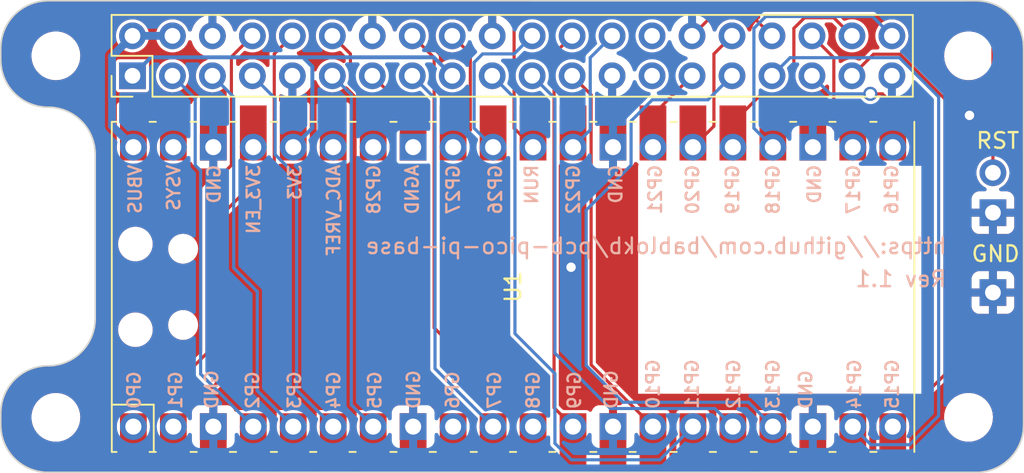
<source format=kicad_pcb>
(kicad_pcb (version 20211014) (generator pcbnew)
  (title_block (date "15 nov 2012"))
  (layers (0 "F.Cu" signal) (31 "B.Cu" signal) (34 "B.Paste" user) (35 "F.Paste" user) (36 "B.SilkS" user "B.Silkscreen") (37 "F.SilkS" user "F.Silkscreen") (38 "B.Mask" user) (39 "F.Mask" user) (44 "Edge.Cuts" user))
  (net 0 "")
  (net 1 "GND")
  (net 2 "/GPIO[2]{slash}SDA1")
  (net 3 "/GPIO[3]{slash}SCL1")
  (net 4 "/GPIO[4]{slash}GPCLK0")
  (net 5 "/GPIO[14]{slash}TXD0")
  (net 6 "/GPIO[15]{slash}RXD0")
  (net 7 "/GPIO[17]")
  (net 8 "/GPIO[18]{slash}PCM.CLK")
  (net 9 "/GPIO[27]")
  (net 10 "/GPIO[22]")
  (net 11 "/GPIO[23]")
  (net 12 "/GPIO26")
  (net 13 "/GPIO[24]")
  (net 14 "/GPIO[10]{slash}SPI0.MOSI")
  (net 15 "/GPIO[9]{slash}SPI0.MISO")
  (net 16 "/GPIO[25]")
  (net 17 "/GPIO[11]{slash}SPI0.SCLK")
  (net 18 "/GPIO[8]{slash}SPI0.CE0")
  (net 19 "/GPIO[7]{slash}SPI0.CE1")
  (net 20 "/ID_SDA")
  (net 21 "/ID_SCL")
  (net 22 "/GPIO[5]")
  (net 23 "/GPIO[6]")
  (net 24 "/GPIO[12]{slash}PWM0")
  (net 25 "/GPIO[13]{slash}PWM1")
  (net 26 "/GPIO[19]{slash}PCM.FS")
  (net 27 "/GPIO[16]")
  (net 28 "/GPIO[20]{slash}PCM.DIN")
  (net 29 "/GPIO[21]{slash}PCM.DOUT")
  (net 30 "+5V")
  (net 31 "+3.3V")
  (net 32 "/RESET")
  (footprint "Connector_PinHeader_2.54mm:PinHeader_2x20_P2.54mm_Vertical" (layer "F.Cu") (at 108.37 74.77 90)
    (fp_text reference "J1" hide)
    (fp_text value "GPIO" hide)
    (fp_line (start -1.33 1.27) (end 1.27 1.27) (layer "F.SilkS") (width 0.12))
    (fp_line (start -1.33 -1.33) (end 0 -1.33) (layer "F.SilkS") (width 0.12))
    (fp_line (start -1.33 49.59) (end 3.87 49.59) (layer "F.SilkS") (width 0.12))
    (fp_line (start 1.27 -1.33) (end 3.87 -1.33) (layer "F.SilkS") (width 0.12))
    (fp_line (start -1.33 0) (end -1.33 -1.33) (layer "F.SilkS") (width 0.12))
    (fp_line (start 3.87 -1.33) (end 3.87 49.59) (layer "F.SilkS") (width 0.12))
    (fp_line (start -1.33 1.27) (end -1.33 49.59) (layer "F.SilkS") (width 0.12))
    (fp_line (start 1.27 1.27) (end 1.27 -1.33) (layer "F.SilkS") (width 0.12))
    (pad "1" thru_hole rect (at 0 0 90) (size 1.7 1.7) (drill 1) (layers *.Cu *.Mask) (net 31 "+3.3V"))
    (pad "2" thru_hole oval (at 2.54 0 90) (size 1.7 1.7) (drill 1) (layers *.Cu *.Mask) (net 30 "+5V"))
    (pad "3" thru_hole oval (at 0 2.54 90) (size 1.7 1.7) (drill 1) (layers *.Cu *.Mask) (net 2 "/GPIO[2]{slash}SDA1"))
    (pad "4" thru_hole oval (at 2.54 2.54 90) (size 1.7 1.7) (drill 1) (layers *.Cu *.Mask) (net 30 "+5V"))
    (pad "5" thru_hole oval (at 0 5.08 90) (size 1.7 1.7) (drill 1) (layers *.Cu *.Mask) (net 3 "/GPIO[3]{slash}SCL1"))
    (pad "6" thru_hole oval (at 2.54 5.08 90) (size 1.7 1.7) (drill 1) (layers *.Cu *.Mask) (net 1 "GND"))
    (pad "7" thru_hole oval (at 0 7.62 90) (size 1.7 1.7) (drill 1) (layers *.Cu *.Mask) (net 4 "/GPIO[4]{slash}GPCLK0"))
    (pad "8" thru_hole oval (at 2.54 7.62 90) (size 1.7 1.7) (drill 1) (layers *.Cu *.Mask) (net 5 "/GPIO[14]{slash}TXD0"))
    (pad "9" thru_hole oval (at 0 10.16 90) (size 1.7 1.7) (drill 1) (layers *.Cu *.Mask) (net 1 "GND"))
    (pad "10" thru_hole oval (at 2.54 10.16 90) (size 1.7 1.7) (drill 1) (layers *.Cu *.Mask) (net 6 "/GPIO[15]{slash}RXD0"))
    (pad "11" thru_hole oval (at 0 12.7 90) (size 1.7 1.7) (drill 1) (layers *.Cu *.Mask) (net 7 "/GPIO[17]"))
    (pad "12" thru_hole oval (at 2.54 12.7 90) (size 1.7 1.7) (drill 1) (layers *.Cu *.Mask) (net 8 "/GPIO[18]{slash}PCM.CLK"))
    (pad "13" thru_hole oval (at 0 15.24 90) (size 1.7 1.7) (drill 1) (layers *.Cu *.Mask) (net 9 "/GPIO[27]"))
    (pad "14" thru_hole oval (at 2.54 15.24 90) (size 1.7 1.7) (drill 1) (layers *.Cu *.Mask) (net 1 "GND"))
    (pad "15" thru_hole oval (at 0 17.78 90) (size 1.7 1.7) (drill 1) (layers *.Cu *.Mask) (net 10 "/GPIO[22]"))
    (pad "16" thru_hole oval (at 2.54 17.78 90) (size 1.7 1.7) (drill 1) (layers *.Cu *.Mask) (net 11 "/GPIO[23]"))
    (pad "17" thru_hole oval (at 0 20.32 90) (size 1.7 1.7) (drill 1) (layers *.Cu *.Mask) (net 31 "+3.3V"))
    (pad "18" thru_hole oval (at 2.54 20.32 90) (size 1.7 1.7) (drill 1) (layers *.Cu *.Mask) (net 13 "/GPIO[24]"))
    (pad "19" thru_hole oval (at 0 22.86 90) (size 1.7 1.7) (drill 1) (layers *.Cu *.Mask) (net 14 "/GPIO[10]{slash}SPI0.MOSI"))
    (pad "20" thru_hole oval (at 2.54 22.86 90) (size 1.7 1.7) (drill 1) (layers *.Cu *.Mask) (net 1 "GND"))
    (pad "21" thru_hole oval (at 0 25.4 90) (size 1.7 1.7) (drill 1) (layers *.Cu *.Mask) (net 15 "/GPIO[9]{slash}SPI0.MISO"))
    (pad "22" thru_hole oval (at 2.54 25.4 90) (size 1.7 1.7) (drill 1) (layers *.Cu *.Mask) (net 16 "/GPIO[25]"))
    (pad "23" thru_hole oval (at 0 27.94 90) (size 1.7 1.7) (drill 1) (layers *.Cu *.Mask) (net 17 "/GPIO[11]{slash}SPI0.SCLK"))
    (pad "24" thru_hole oval (at 2.54 27.94 90) (size 1.7 1.7) (drill 1) (layers *.Cu *.Mask) (net 18 "/GPIO[8]{slash}SPI0.CE0"))
    (pad "25" thru_hole oval (at 0 30.48 90) (size 1.7 1.7) (drill 1) (layers *.Cu *.Mask) (net 1 "GND"))
    (pad "26" thru_hole oval (at 2.54 30.48 90) (size 1.7 1.7) (drill 1) (layers *.Cu *.Mask) (net 19 "/GPIO[7]{slash}SPI0.CE1"))
    (pad "27" thru_hole oval (at 0 33.02 90) (size 1.7 1.7) (drill 1) (layers *.Cu *.Mask) (net 20 "/ID_SDA"))
    (pad "28" thru_hole oval (at 2.54 33.02 90) (size 1.7 1.7) (drill 1) (layers *.Cu *.Mask) (net 21 "/ID_SCL"))
    (pad "29" thru_hole oval (at 0 35.56 90) (size 1.7 1.7) (drill 1) (layers *.Cu *.Mask) (net 22 "/GPIO[5]"))
    (pad "30" thru_hole oval (at 2.54 35.56 90) (size 1.7 1.7) (drill 1) (layers *.Cu *.Mask) (net 1 "GND"))
    (pad "31" thru_hole oval (at 0 38.1 90) (size 1.7 1.7) (drill 1) (layers *.Cu *.Mask) (net 23 "/GPIO[6]"))
    (pad "32" thru_hole oval (at 2.54 38.1 90) (size 1.7 1.7) (drill 1) (layers *.Cu *.Mask) (net 24 "/GPIO[12]{slash}PWM0"))
    (pad "33" thru_hole oval (at 0 40.64 90) (size 1.7 1.7) (drill 1) (layers *.Cu *.Mask) (net 25 "/GPIO[13]{slash}PWM1"))
    (pad "34" thru_hole oval (at 2.54 40.64 90) (size 1.7 1.7) (drill 1) (layers *.Cu *.Mask) (net 1 "GND"))
    (pad "35" thru_hole oval (at 0 43.18 90) (size 1.7 1.7) (drill 1) (layers *.Cu *.Mask) (net 26 "/GPIO[19]{slash}PCM.FS"))
    (pad "36" thru_hole oval (at 2.54 43.18 90) (size 1.7 1.7) (drill 1) (layers *.Cu *.Mask) (net 27 "/GPIO[16]"))
    (pad "37" thru_hole oval (at 0 45.72 90) (size 1.7 1.7) (drill 1) (layers *.Cu *.Mask) (net 12 "/GPIO26"))
    (pad "38" thru_hole oval (at 2.54 45.72 90) (size 1.7 1.7) (drill 1) (layers *.Cu *.Mask) (net 28 "/GPIO[20]{slash}PCM.DIN"))
    (pad "39" thru_hole oval (at 0 48.26 90) (size 1.7 1.7) (drill 1) (layers *.Cu *.Mask) (net 1 "GND"))
    (pad "40" thru_hole oval (at 2.54 48.26 90) (size 1.7 1.7) (drill 1) (layers *.Cu *.Mask) (net 29 "/GPIO[21]{slash}PCM.DOUT"))
  )
  (footprint "user:RPi_Pico_SMD_TH_nodbg" (layer "F.Cu") (at 132.555 88.2 90)
    (fp_text reference "U1" (at 0 0 90) (layer "F.SilkS"))
    (fp_text value "Pico" hide)
    (fp_text user "GP6" (at -6.570953 -3.845 90) (layer "B.SilkS") (effects (font (size 0.8 0.8)) (justify mirror)))
    (fp_text user "VBUS" (at 6.21 -24.015 90) (layer "B.SilkS") (effects (font (size 0.8 0.8)) (justify mirror)))
    (fp_text user "GND" (at -6.532858 6.235 90) (layer "B.SilkS") (effects (font (size 0.8 0.8)) (justify mirror)))
    (fp_text user "GP14" (at -6.19 21.695 90) (layer "B.SilkS") (effects (font (size 0.8 0.8)) (justify mirror)))
    (fp_text user "GND" (at -6.532858 18.595 90) (layer "B.SilkS") (effects (font (size 0.8 0.8)) (justify mirror)))
    (fp_text user "GP9" (at -6.570953 3.895 90) (layer "B.SilkS") (effects (font (size 0.8 0.8)) (justify mirror)))
    (fp_text user "GP4" (at -6.570953 -11.395 90) (layer "B.SilkS") (effects (font (size 0.8 0.8)) (justify mirror)))
    (fp_text user "GP5" (at -6.570953 -8.785 90) (layer "B.SilkS") (effects (font (size 0.8 0.8)) (justify mirror)))
    (fp_text user "AGND" (at 6.190952 -6.415 90) (layer "B.SilkS") (effects (font (size 0.8 0.8)) (justify mirror)))
    (fp_text user "GND" (at -6.532858 -19.155 90) (layer "B.SilkS") (effects (font (size 0.8 0.8)) (justify mirror)))
    (fp_text user "GP26" (at 6.190952 -1.125 90) (layer "B.SilkS") (effects (font (size 0.8 0.8)) (justify mirror)))
    (fp_text user "GP19" (at 6.190952 13.945 90) (layer "B.SilkS") (effects (font (size 0.8 0.8)) (justify mirror)))
    (fp_text user "GND" (at -6.532858 -6.325 90) (layer "B.SilkS") (effects (font (size 0.8 0.8)) (justify mirror)))
    (fp_text user "VSYS" (at 6.305238 -21.565 90) (layer "B.SilkS") (effects (font (size 0.8 0.8)) (justify mirror)))
    (fp_text user "GP13" (at -6.19 16.515 90) (layer "B.SilkS") (effects (font (size 0.8 0.8)) (justify mirror)))
    (fp_text user "GP20" (at 6.190952 11.405 90) (layer "B.SilkS") (effects (font (size 0.8 0.8)) (justify mirror)))
    (fp_text user "GP1" (at -6.570953 -21.445 90) (layer "B.SilkS") (effects (font (size 0.8 0.8)) (justify mirror)))
    (fp_text user "GP15" (at -6.19 24.095 90) (layer "B.SilkS") (effects (font (size 0.8 0.8)) (justify mirror)))
    (fp_text user "GP12" (at -6.19 14.015 90) (layer "B.SilkS") (effects (font (size 0.8 0.8)) (justify mirror)))
    (fp_text user "GP3" (at -6.570953 -13.895 90) (layer "B.SilkS") (effects (font (size 0.8 0.8)) (justify mirror)))
    (fp_text user "3V3" (at 6.648095 -13.865 90) (layer "B.SilkS") (effects (font (size 0.8 0.8)) (justify mirror)))
    (fp_text user "GP18" (at 6.190952 16.515 90) (layer "B.SilkS") (effects (font (size 0.8 0.8)) (justify mirror)))
    (fp_text user "GP10" (at -6.19 8.895 90) (layer "B.SilkS") (effects (font (size 0.8 0.8)) (justify mirror)))
    (fp_text user "GP8" (at -6.570953 1.275 90) (layer "B.SilkS") (effects (font (size 0.8 0.8)) (justify mirror)))
    (fp_text user "GP11" (at -6.19 11.375 90) (layer "B.SilkS") (effects (font (size 0.8 0.8)) (justify mirror)))
    (fp_text user "GP17" (at 6.190952 21.625 90) (layer "B.SilkS") (effects (font (size 0.8 0.8)) (justify mirror)))
    (fp_text user "GP7" (at -6.570953 -1.185 90) (layer "B.SilkS") (effects (font (size 0.8 0.8)) (justify mirror)))
    (fp_text user "GP2" (at -6.570953 -16.555 90) (layer "B.SilkS") (effects (font (size 0.8 0.8)) (justify mirror)))
    (fp_text user "GP22" (at 6.190952 3.825 90) (layer "B.SilkS") (effects (font (size 0.8 0.8)) (justify mirror)))
    (fp_text user "RUN" (at 6.514762 1.175 90) (layer "B.SilkS") (effects (font (size 0.8 0.8)) (justify mirror)))
    (fp_text user "GND" (at 6.533809 19.145 90) (layer "B.SilkS") (effects (font (size 0.8 0.8)) (justify mirror)))
    (fp_text user "GP28" (at 6.190952 -8.855 90) (layer "B.SilkS") (effects (font (size 0.8 0.8)) (justify mirror)))
    (fp_text user "GP0" (at -6.570953 -24.085 90) (layer "B.SilkS") (effects (font (size 0.8 0.8)) (justify mirror)))
    (fp_text user "GND" (at 6.533809 -19.005 90) (layer "B.SilkS") (effects (font (size 0.8 0.8)) (justify mirror)))
    (fp_text user "GP27" (at 6.190952 -3.805 90) (layer "B.SilkS") (effects (font (size 0.8 0.8)) (justify mirror)))
    (fp_text user "GP16" (at 6.190952 24.055 90) (layer "B.SilkS") (effects (font (size 0.8 0.8)) (justify mirror)))
    (fp_text user "GP21" (at 6.190952 9.035 90) (layer "B.SilkS") (effects (font (size 0.8 0.8)) (justify mirror)))
    (fp_text user "3V3_EN" (at 5.562381 -16.495 90) (layer "B.SilkS") (effects (font (size 0.8 0.8)) (justify mirror)))
    (fp_text user "GND" (at 6.533809 6.525 90) (layer "B.SilkS") (effects (font (size 0.8 0.8)) (justify mirror)))
    (fp_text user "ADC_VREF" (at 4.857619 -11.405 90) (layer "B.SilkS") (effects (font (size 0.8 0.8)) (justify mirror)))
    (fp_line (start 10.5 -10.4) (end 10.5 -10) (layer "F.SilkS") (width 0.12))
    (fp_line (start -10.5 4.9) (end -10.5 5.3) (layer "F.SilkS") (width 0.12))
    (fp_line (start 10.5 -5.3) (end 10.5 -4.9) (layer "F.SilkS") (width 0.12))
    (fp_line (start -10.5 -5.3) (end -10.5 -4.9) (layer "F.SilkS") (width 0.12))
    (fp_line (start -10.5 -12.9) (end -10.5 -12.5) (layer "F.SilkS") (width 0.12))
    (fp_line (start -10.5 -20.5) (end -10.5 -20.1) (layer "F.SilkS") (width 0.12))
    (fp_line (start -10.5 7.4) (end -10.5 7.8) (layer "F.SilkS") (width 0.12))
    (fp_line (start 10.5 -20.5) (end 10.5 -20.1) (layer "F.SilkS") (width 0.12))
    (fp_line (start 10.5 -18) (end 10.5 -17.6) (layer "F.SilkS") (width 0.12))
    (fp_line (start -10.5 -2.7) (end -10.5 -2.3) (layer "F.SilkS") (width 0.12))
    (fp_line (start -10.5 22.7) (end -10.5 23.1) (layer "F.SilkS") (width 0.12))
    (fp_line (start 10.5 25.5) (end 3.7 25.5) (layer "F.SilkS") (width 0.12))
    (fp_line (start 10.5 22.7) (end 10.5 23.1) (layer "F.SilkS") (width 0.12))
    (fp_line (start 10.5 2.3) (end 10.5 2.7) (layer "F.SilkS") (width 0.12))
    (fp_line (start 10.5 15.1) (end 10.5 15.5) (layer "F.SilkS") (width 0.12))
    (fp_line (start 10.5 -0.2) (end 10.5 0.2) (layer "F.SilkS") (width 0.12))
    (fp_line (start -10.5 12.5) (end -10.5 12.9) (layer "F.SilkS") (width 0.12))
    (fp_line (start 10.5 17.6) (end 10.5 18) (layer "F.SilkS") (width 0.12))
    (fp_line (start 10.5 -7.8) (end 10.5 -7.4) (layer "F.SilkS") (width 0.12))
    (fp_line (start 3.7 25.5) (end -10.5 25.5) (layer "F.SilkS") (width 0.12))
    (fp_line (start 10.5 -23.1) (end 10.5 -22.7) (layer "F.SilkS") (width 0.12))
    (fp_line (start -10.5 -10.4) (end -10.5 -10) (layer "F.SilkS") (width 0.12))
    (fp_line (start 10.5 -25.5) (end 10.5 -25.2) (layer "F.SilkS") (width 0.12))
    (fp_line (start 10.5 -2.7) (end 10.5 -2.3) (layer "F.SilkS") (width 0.12))
    (fp_line (start -10.5 -15.4) (end -10.5 -15) (layer "F.SilkS") (width 0.12))
    (fp_line (start 10.5 4.9) (end 10.5 5.3) (layer "F.SilkS") (width 0.12))
    (fp_line (start 10.5 -15.4) (end 10.5 -15) (layer "F.SilkS") (width 0.12))
    (fp_line (start 10.5 20.1) (end 10.5 20.5) (layer "F.SilkS") (width 0.12))
    (fp_line (start 10.5 12.5) (end 10.5 12.9) (layer "F.SilkS") (width 0.12))
    (fp_line (start -10.5 -0.2) (end -10.5 0.2) (layer "F.SilkS") (width 0.12))
    (fp_line (start 10.5 7.4) (end 10.5 7.8) (layer "F.SilkS") (width 0.12))
    (fp_line (start -10.5 15.1) (end -10.5 15.5) (layer "F.SilkS") (width 0.12))
    (fp_line (start -10.5 -23.1) (end -10.5 -22.7) (layer "F.SilkS") (width 0.12))
    (fp_line (start -10.5 10) (end -10.5 10.4) (layer "F.SilkS") (width 0.12))
    (fp_line (start -10.5 -25.5) (end -10.5 -25.2) (layer "F.SilkS") (width 0.12))
    (fp_line (start 10.5 -12.9) (end 10.5 -12.5) (layer "F.SilkS") (width 0.12))
    (fp_line (start -7.493 -22.833) (end -7.493 -25.5) (layer "F.SilkS") (width 0.12))
    (fp_line (start -10.5 2.3) (end -10.5 2.7) (layer "F.SilkS") (width 0.12))
    (fp_line (start -10.5 17.6) (end -10.5 18) (layer "F.SilkS") (width 0.12))
    (fp_line (start 10.5 10) (end 10.5 10.4) (layer "F.SilkS") (width 0.12))
    (fp_line (start -10.5 -25.5) (end 10.5 -25.5) (layer "F.SilkS") (width 0.12))
    (fp_line (start -10.5 20.1) (end -10.5 20.5) (layer "F.SilkS") (width 0.12))
    (fp_line (start -10.5 -7.8) (end -10.5 -7.4) (layer "F.SilkS") (width 0.12))
    (fp_line (start -10.5 -22.833) (end -7.493 -22.833) (layer "F.SilkS") (width 0.12))
    (fp_line (start -10.5 -18) (end -10.5 -17.6) (layer "F.SilkS") (width 0.12))
    (pad "" np_thru_hole oval (at -2.425 -20.97 90) (size 1.5 1.5) (drill 1.5) (layers *.Cu *.Mask))
    (pad "" np_thru_hole oval (at 2.425 -20.97 90) (size 1.5 1.5) (drill 1.5) (layers *.Cu *.Mask))
    (pad "" np_thru_hole oval (at -2.725 -24 90) (size 1.8 1.8) (drill 1.8) (layers *.Cu *.Mask))
    (pad "" np_thru_hole oval (at 2.725 -24 90) (size 1.8 1.8) (drill 1.8) (layers *.Cu *.Mask))
    (pad "1" smd rect (at -8.89 -24.13 90) (size 3.5 1.7) (drill (offset -0.9 0)) (layers "F.Cu" "F.Mask") (net 5 "/GPIO[14]{slash}TXD0"))
    (pad "1" thru_hole oval (at -8.89 -24.13 90) (size 1.7 1.7) (drill 1.02) (layers *.Cu *.Mask) (net 5 "/GPIO[14]{slash}TXD0"))
    (pad "2" thru_hole oval (at -8.89 -21.59 90) (size 1.7 1.7) (drill 1.02) (layers *.Cu *.Mask) (net 6 "/GPIO[15]{slash}RXD0"))
    (pad "2" smd rect (at -8.89 -21.59 90) (size 3.5 1.7) (drill (offset -0.9 0)) (layers "F.Cu" "F.Mask") (net 6 "/GPIO[15]{slash}RXD0"))
    (pad "3" smd rect (at -8.89 -19.05 90) (size 3.5 1.7) (drill (offset -0.9 0)) (layers "F.Cu" "F.Mask") (net 1 "GND"))
    (pad "3" thru_hole rect (at -8.89 -19.05 90) (size 1.7 1.7) (drill 1.02) (layers *.Cu *.Mask) (net 1 "GND"))
    (pad "4" thru_hole oval (at -8.89 -16.51 90) (size 1.7 1.7) (drill 1.02) (layers *.Cu *.Mask) (net 2 "/GPIO[2]{slash}SDA1"))
    (pad "4" smd rect (at -8.89 -16.51 90) (size 3.5 1.7) (drill (offset -0.9 0)) (layers "F.Cu" "F.Mask") (net 2 "/GPIO[2]{slash}SDA1"))
    (pad "5" smd rect (at -8.89 -13.97 90) (size 3.5 1.7) (drill (offset -0.9 0)) (layers "F.Cu" "F.Mask") (net 3 "/GPIO[3]{slash}SCL1"))
    (pad "5" thru_hole oval (at -8.89 -13.97 90) (size 1.7 1.7) (drill 1.02) (layers *.Cu *.Mask) (net 3 "/GPIO[3]{slash}SCL1"))
    (pad "6" thru_hole oval (at -8.89 -11.43 90) (size 1.7 1.7) (drill 1.02) (layers *.Cu *.Mask) (net 4 "/GPIO[4]{slash}GPCLK0"))
    (pad "6" smd rect (at -8.89 -11.43 90) (size 3.5 1.7) (drill (offset -0.9 0)) (layers "F.Cu" "F.Mask") (net 4 "/GPIO[4]{slash}GPCLK0"))
    (pad "7" thru_hole oval (at -8.89 -8.89 90) (size 1.7 1.7) (drill 1.02) (layers *.Cu *.Mask) (net 7 "/GPIO[17]"))
    (pad "7" smd rect (at -8.89 -8.89 90) (size 3.5 1.7) (drill (offset -0.9 0)) (layers "F.Cu" "F.Mask") (net 7 "/GPIO[17]"))
    (pad "8" smd rect (at -8.89 -6.35 90) (size 3.5 1.7) (drill (offset -0.9 0)) (layers "F.Cu" "F.Mask") (net 1 "GND"))
    (pad "8" thru_hole rect (at -8.89 -6.35 90) (size 1.7 1.7) (drill 1.02) (layers *.Cu *.Mask) (net 1 "GND"))
    (pad "9" thru_hole oval (at -8.89 -3.81 90) (size 1.7 1.7) (drill 1.02) (layers *.Cu *.Mask) (net 9 "/GPIO[27]"))
    (pad "9" smd rect (at -8.89 -3.81 90) (size 3.5 1.7) (drill (offset -0.9 0)) (layers "F.Cu" "F.Mask") (net 9 "/GPIO[27]"))
    (pad "10" thru_hole oval (at -8.89 -1.27 90) (size 1.7 1.7) (drill 1.02) (layers *.Cu *.Mask) (net 10 "/GPIO[22]"))
    (pad "10" smd rect (at -8.89 -1.27 90) (size 3.5 1.7) (drill (offset -0.9 0)) (layers "F.Cu" "F.Mask") (net 10 "/GPIO[22]"))
    (pad "11" thru_hole oval (at -8.89 1.27 90) (size 1.7 1.7) (drill 1.02) (layers *.Cu *.Mask) (net 11 "/GPIO[23]"))
    (pad "11" smd rect (at -8.89 1.27 90) (size 3.5 1.7) (drill (offset -0.9 0)) (layers "F.Cu" "F.Mask") (net 11 "/GPIO[23]"))
    (pad "12" thru_hole oval (at -8.89 3.81 90) (size 1.7 1.7) (drill 1.02) (layers *.Cu *.Mask) (net 18 "/GPIO[8]{slash}SPI0.CE0"))
    (pad "12" smd rect (at -8.89 3.81 90) (size 3.5 1.7) (drill (offset -0.9 0)) (layers "F.Cu" "F.Mask") (net 18 "/GPIO[8]{slash}SPI0.CE0"))
    (pad "13" thru_hole rect (at -8.89 6.35 90) (size 1.7 1.7) (drill 1.02) (layers *.Cu *.Mask) (net 1 "GND"))
    (pad "13" smd rect (at -8.89 6.35 90) (size 3.5 1.7) (drill (offset -0.9 0)) (layers "F.Cu" "F.Mask") (net 1 "GND"))
    (pad "14" thru_hole oval (at -8.89 8.89 90) (size 1.7 1.7) (drill 1.02) (layers *.Cu *.Mask) (net 17 "/GPIO[11]{slash}SPI0.SCLK"))
    (pad "14" smd rect (at -8.89 8.89 90) (size 3.5 1.7) (drill (offset -0.9 0)) (layers "F.Cu" "F.Mask") (net 17 "/GPIO[11]{slash}SPI0.SCLK"))
    (pad "15" smd rect (at -8.89 11.43 90) (size 3.5 1.7) (drill (offset -0.9 0)) (layers "F.Cu" "F.Mask") (net 14 "/GPIO[10]{slash}SPI0.MOSI"))
    (pad "15" thru_hole oval (at -8.89 11.43 90) (size 1.7 1.7) (drill 1.02) (layers *.Cu *.Mask) (net 14 "/GPIO[10]{slash}SPI0.MOSI"))
    (pad "16" thru_hole oval (at -8.89 13.97 90) (size 1.7 1.7) (drill 1.02) (layers *.Cu *.Mask) (net 15 "/GPIO[9]{slash}SPI0.MISO"))
    (pad "16" smd rect (at -8.89 13.97 90) (size 3.5 1.7) (drill (offset -0.9 0)) (layers "F.Cu" "F.Mask") (net 15 "/GPIO[9]{slash}SPI0.MISO"))
    (pad "17" thru_hole oval (at -8.89 16.51 90) (size 1.7 1.7) (drill 1.02) (layers *.Cu *.Mask) (net 23 "/GPIO[6]"))
    (pad "17" smd rect (at -8.89 16.51 90) (size 3.5 1.7) (drill (offset -0.9 0)) (layers "F.Cu" "F.Mask") (net 23 "/GPIO[6]"))
    (pad "18" smd rect (at -8.89 19.05 90) (size 3.5 1.7) (drill (offset -0.9 0)) (layers "F.Cu" "F.Mask") (net 1 "GND"))
    (pad "18" thru_hole rect (at -8.89 19.05 90) (size 1.7 1.7) (drill 1.02) (layers *.Cu *.Mask) (net 1 "GND"))
    (pad "19" thru_hole oval (at -8.89 21.59 90) (size 1.7 1.7) (drill 1.02) (layers *.Cu *.Mask) (net 25 "/GPIO[13]{slash}PWM1"))
    (pad "19" smd rect (at -8.89 21.59 90) (size 3.5 1.7) (drill (offset -0.9 0)) (layers "F.Cu" "F.Mask") (net 25 "/GPIO[13]{slash}PWM1"))
    (pad "20" smd rect (at -8.89 24.13 90) (size 3.5 1.7) (drill (offset -0.9 0)) (layers "F.Cu" "F.Mask") (net 12 "/GPIO26"))
    (pad "20" thru_hole oval (at -8.89 24.13 90) (size 1.7 1.7) (drill 1.02) (layers *.Cu *.Mask) (net 12 "/GPIO26"))
    (pad "21" thru_hole oval (at 8.89 24.13 90) (size 1.7 1.7) (drill 1.02) (layers *.Cu *.Mask) (net 26 "/GPIO[19]{slash}PCM.FS"))
    (pad "21" smd rect (at 8.89 24.13 90) (size 3.5 1.7) (drill (offset 0.9 0)) (layers "F.Cu" "F.Mask") (net 26 "/GPIO[19]{slash}PCM.FS"))
    (pad "22" thru_hole oval (at 8.89 21.59 90) (size 1.7 1.7) (drill 1.02) (layers *.Cu *.Mask) (net 27 "/GPIO[16]"))
    (pad "22" smd rect (at 8.89 21.59 90) (size 3.5 1.7) (drill (offset 0.9 0)) (layers "F.Cu" "F.Mask") (net 27 "/GPIO[16]"))
    (pad "23" smd rect (at 8.89 19.05 90) (size 3.5 1.7) (drill (offset 0.9 0)) (layers "F.Cu" "F.Mask") (net 1 "GND"))
    (pad "23" thru_hole rect (at 8.89 19.05 90) (size 1.7 1.7) (drill 1.02) (layers *.Cu *.Mask) (net 1 "GND"))
    (pad "24" thru_hole oval (at 8.89 16.51 90) (size 1.7 1.7) (drill 1.02) (layers *.Cu *.Mask) (net 29 "/GPIO[21]{slash}PCM.DOUT"))
    (pad "24" smd rect (at 8.89 16.51 90) (size 3.5 1.7) (drill (offset 0.9 0)) (layers "F.Cu" "F.Mask") (net 29 "/GPIO[21]{slash}PCM.DOUT"))
    (pad "25" smd rect (at 8.89 13.97 90) (size 3.5 1.7) (drill (offset 0.9 0)) (layers "F.Cu" "F.Mask") (net 28 "/GPIO[20]{slash}PCM.DIN"))
    (pad "25" thru_hole oval (at 8.89 13.97 90) (size 1.7 1.7) (drill 1.02) (layers *.Cu *.Mask) (net 28 "/GPIO[20]{slash}PCM.DIN"))
    (pad "26" smd rect (at 8.89 11.43 90) (size 3.5 1.7) (drill (offset 0.9 0)) (layers "F.Cu" "F.Mask") (net 24 "/GPIO[12]{slash}PWM0"))
    (pad "26" thru_hole oval (at 8.89 11.43 90) (size 1.7 1.7) (drill 1.02) (layers *.Cu *.Mask) (net 24 "/GPIO[12]{slash}PWM0"))
    (pad "27" thru_hole oval (at 8.89 8.89 90) (size 1.7 1.7) (drill 1.02) (layers *.Cu *.Mask) (net 22 "/GPIO[5]"))
    (pad "27" smd rect (at 8.89 8.89 90) (size 3.5 1.7) (drill (offset 0.9 0)) (layers "F.Cu" "F.Mask") (net 22 "/GPIO[5]"))
    (pad "28" thru_hole rect (at 8.89 6.35 90) (size 1.7 1.7) (drill 1.02) (layers *.Cu *.Mask) (net 1 "GND"))
    (pad "28" smd rect (at 8.89 6.35 90) (size 3.5 1.7) (drill (offset 0.9 0)) (layers "F.Cu" "F.Mask") (net 1 "GND"))
    (pad "29" thru_hole oval (at 8.89 3.81 90) (size 1.7 1.7) (drill 1.02) (layers *.Cu *.Mask) (net 19 "/GPIO[7]{slash}SPI0.CE1"))
    (pad "29" smd rect (at 8.89 3.81 90) (size 3.5 1.7) (drill (offset 0.9 0)) (layers "F.Cu" "F.Mask") (net 19 "/GPIO[7]{slash}SPI0.CE1"))
    (pad "30" thru_hole oval (at 8.89 1.27 90) (size 1.7 1.7) (drill 1.02) (layers *.Cu *.Mask) (net 32 "/RESET"))
    (pad "30" smd rect (at 8.89 1.27 90) (size 3.5 1.7) (drill (offset 0.9 0)) (layers "F.Cu" "F.Mask") (net 32 "/RESET"))
    (pad "31" smd rect (at 8.89 -1.27 90) (size 3.5 1.7) (drill (offset 0.9 0)) (layers "F.Cu" "F.Mask") (net 16 "/GPIO[25]"))
    (pad "31" thru_hole oval (at 8.89 -1.27 90) (size 1.7 1.7) (drill 1.02) (layers *.Cu *.Mask) (net 16 "/GPIO[25]"))
    (pad "32" smd rect (at 8.89 -3.81 90) (size 3.5 1.7) (drill (offset 0.9 0)) (layers "F.Cu" "F.Mask") (net 13 "/GPIO[24]"))
    (pad "32" thru_hole oval (at 8.89 -3.81 90) (size 1.7 1.7) (drill 1.02) (layers *.Cu *.Mask) (net 13 "/GPIO[24]"))
    (pad "33" smd rect (at 8.89 -6.35 90) (size 3.5 1.7) (drill (offset 0.9 0)) (layers "F.Cu" "F.Mask"))
    (pad "33" thru_hole rect (at 8.89 -6.35 90) (size 1.7 1.7) (drill 1.02) (layers *.Cu *.Mask))
    (pad "34" smd rect (at 8.89 -8.89 90) (size 3.5 1.7) (drill (offset 0.9 0)) (layers "F.Cu" "F.Mask") (net 8 "/GPIO[18]{slash}PCM.CLK"))
    (pad "34" thru_hole oval (at 8.89 -8.89 90) (size 1.7 1.7) (drill 1.02) (layers *.Cu *.Mask) (net 8 "/GPIO[18]{slash}PCM.CLK"))
    (pad "35" thru_hole oval (at 8.89 -11.43 90) (size 1.7 1.7) (drill 1.02) (layers *.Cu *.Mask))
    (pad "35" smd rect (at 8.89 -11.43 90) (size 3.5 1.7) (drill (offset 0.9 0)) (layers "F.Cu" "F.Mask"))
    (pad "36" smd rect (at 8.89 -13.97 90) (size 3.5 1.7) (drill (offset 0.9 0)) (layers "F.Cu" "F.Mask") (net 31 "+3.3V"))
    (pad "36" thru_hole oval (at 8.89 -13.97 90) (size 1.7 1.7) (drill 1.02) (layers *.Cu *.Mask) (net 31 "+3.3V"))
    (pad "37" smd rect (at 8.89 -16.51 90) (size 3.5 1.7) (drill (offset 0.9 0)) (layers "F.Cu" "F.Mask"))
    (pad "37" thru_hole oval (at 8.89 -16.51 90) (size 1.7 1.7) (drill 1.02) (layers *.Cu *.Mask))
    (pad "38" thru_hole rect (at 8.89 -19.05 90) (size 1.7 1.7) (drill 1.02) (layers *.Cu *.Mask) (net 1 "GND"))
    (pad "38" smd rect (at 8.89 -19.05 90) (size 3.5 1.7) (drill (offset 0.9 0)) (layers "F.Cu" "F.Mask") (net 1 "GND"))
    (pad "39" thru_hole oval (at 8.89 -21.59 90) (size 1.7 1.7) (drill 1.02) (layers *.Cu *.Mask))
    (pad "39" smd rect (at 8.89 -21.59 90) (size 3.5 1.7) (drill (offset 0.9 0)) (layers "F.Cu" "F.Mask"))
    (pad "40" smd rect (at 8.89 -24.13 90) (size 3.5 1.7) (drill (offset 0.9 0)) (layers "F.Cu" "F.Mask") (net 30 "+5V"))
    (pad "40" thru_hole oval (at 8.89 -24.13 90) (size 1.7 1.7) (drill 1.02) (layers *.Cu *.Mask) (net 30 "+5V"))
  )
  (footprint "MountingHole:MountingHole_2.7mm_M2.5" (layer "F.Cu") (at 161.5 73.5)
    (fp_text reference "MH2" hide)
    (fp_text value "MountingHole_2.7mm_M2.5" hide)
    (pad "" np_thru_hole circle locked (at 0 0) (size 2.7 2.7) (drill 2.7) (layers *.Cu *.Mask))
  )
  (footprint "user:SW_PUSH_SLIM_1x4" (layer "F.Cu") (at 163.05 88.56 90)
    (fp_text reference "SW1" hide)
    (fp_text value "SW_Push_SLIM" hide)
    (pad "1" thru_hole rect (at 5.08 0 90) (size 1.7 1.7) (drill 1) (layers *.Cu *.Mask) (net 1 "GND"))
    (pad "1" thru_hole rect (at 0 0 90) (size 1.7 1.7) (drill 1) (layers *.Cu *.Mask) (net 1 "GND"))
    (pad "2" thru_hole circle (at 7.62 0 90) (size 1.7 1.7) (drill 1) (layers *.Cu *.Mask) (net 32 "/RESET"))
  )
  (footprint "MountingHole:MountingHole_2.7mm_M2.5" (layer "F.Cu") (at 103.5 96.5)
    (fp_text reference "MH3" hide)
    (fp_text value "MountingHole_2.7mm_M2.5" hide)
    (pad "" np_thru_hole circle locked (at 0 0) (size 2.7 2.7) (drill 2.7) (layers *.Cu *.Mask))
  )
  (footprint "MountingHole:MountingHole_2.7mm_M2.5" (layer "F.Cu") (at 103.5 73.5)
    (fp_text reference "MH1" hide)
    (fp_text value "MountingHole_2.7mm_M2.5" hide)
    (pad "" np_thru_hole circle locked (at 0 0) (size 2.7 2.7) (drill 2.7) (layers *.Cu *.Mask))
  )
  (footprint "MountingHole:MountingHole_2.7mm_M2.5" (layer "F.Cu") (at 161.5 96.5)
    (fp_text reference "MH4" hide)
    (fp_text value "MountingHole_2.7mm_M2.5" hide)
    (pad "" np_thru_hole circle locked (at 0 0) (size 2.7 2.7) (drill 2.7) (layers *.Cu *.Mask))
  )
  (gr_line (start 100 97) (end 100 96.22) (layer "Edge.Cuts") (width 0.1))
  (gr_arc (start 162 70) (mid 164.12132 70.87868) (end 165 73) (layer "Edge.Cuts") (width 0.1))
  (gr_line (start 165 97) (end 165 73) (layer "Edge.Cuts") (width 0.1))
  (gr_line (start 106 79.77) (end 106 90.22) (layer "Edge.Cuts") (width 0.1))
  (gr_arc (start 106 90.22) (mid 105.12132 92.34132) (end 103 93.22) (layer "Edge.Cuts") (width 0.1))
  (gr_arc (start 103 76.77) (mid 100.87868 75.89132) (end 100 73.77) (layer "Edge.Cuts") (width 0.1))
  (gr_arc (start 100 96.22) (mid 100.87868 94.09868) (end 103 93.22) (layer "Edge.Cuts") (width 0.1))
  (gr_line (start 100 73.77) (end 100 73) (layer "Edge.Cuts") (width 0.1))
  (gr_arc (start 103 100) (mid 100.87868 99.12132) (end 100 97) (layer "Edge.Cuts") (width 0.1))
  (gr_line (start 103 100) (end 162 100) (layer "Edge.Cuts") (width 0.1))
  (gr_arc (start 165 97) (mid 164.12132 99.12132) (end 162 100) (layer "Edge.Cuts") (width 0.1))
  (gr_arc (start 100 73) (mid 100.87868 70.87868) (end 103 70) (layer "Edge.Cuts") (width 0.1))
  (gr_arc (start 103 76.77) (mid 105.12132 77.64868) (end 106 79.77) (layer "Edge.Cuts") (width 0.1))
  (gr_line (start 162 70) (end 103 70) (layer "Edge.Cuts") (width 0.1))
  (gr_text "Rev 1.1" (at 157.2 87.7) (layer "B.SilkS") (effects (font (size 1 1)) (justify mirror)))
  (gr_text "https://github.com/bablokb/pcb-pico-pi-base" (at 160.2 85.6) (layer "B.SilkS") (effects (font (size 1 1)) (justify left mirror)))
  (gr_text "RST" (at 161.9 78.9) (layer "F.SilkS") (effects (font (size 1 1)) (justify left)))
  (gr_text "GND" (at 161.6 86.1) (layer "F.SilkS") (effects (font (size 1 1)) (justify left)))
  (segment (start 147.78 71) (end 145.16 71) (width 0.2) (layer "F.Cu") (net 1))
  (segment (start 145.16 71) (end 143.93 72.23) (width 0.2) (layer "F.Cu") (net 1))
  (segment (start 149.01 72.23) (end 147.78 71) (width 0.2) (layer "F.Cu") (net 1))
  (via (at 161.56 77.29) (size 0.9) (drill 0.6) (layers "F.Cu" "B.Cu") (net 1))
  (via (at 136.24 86.95) (size 0.9) (drill 0.6) (layers "F.Cu" "B.Cu") (net 1))
  (segment (start 112.7 80.805) (end 112.355 80.46) (width 0.2) (layer "B.Cu") (net 2))
  (segment (start 112.355 80.46) (end 112.355 76.215) (width 0.2) (layer "B.Cu") (net 2))
  (segment (start 116.045 97.09) (end 112.7 93.745) (width 0.2) (layer "B.Cu") (net 2))
  (segment (start 112.355 76.215) (end 110.91 74.77) (width 0.2) (layer "B.Cu") (net 2))
  (segment (start 112.7 93.745) (end 112.7 80.805) (width 0.2) (layer "B.Cu") (net 2))
  (segment (start 114.8 76.12) (end 114.8 87) (width 0.2) (layer "B.Cu") (net 3))
  (segment (start 113.45 74.77) (end 114.8 76.12) (width 0.2) (layer "B.Cu") (net 3))
  (segment (start 114.8 87) (end 116.3 88.5) (width 0.2) (layer "B.Cu") (net 3))
  (segment (start 116.3 88.5) (end 116.3 94.805) (width 0.2) (layer "B.Cu") (net 3))
  (segment (start 116.3 94.805) (end 118.585 97.09) (width 0.2) (layer "B.Cu") (net 3))
  (segment (start 117.435 76.215) (end 115.99 74.77) (width 0.2) (layer "B.Cu") (net 4))
  (segment (start 118.8 81.151346) (end 117.435 79.786346) (width 0.2) (layer "B.Cu") (net 4))
  (segment (start 118.8 94.765) (end 118.8 81.151346) (width 0.2) (layer "B.Cu") (net 4))
  (segment (start 121.125 97.09) (end 118.8 94.765) (width 0.2) (layer "B.Cu") (net 4))
  (segment (start 117.435 79.786346) (end 117.435 76.215) (width 0.2) (layer "B.Cu") (net 4))
  (segment (start 113.1 82.015) (end 114.655 80.46) (width 0.2) (layer "F.Cu") (net 5))
  (segment (start 114.655 73.565) (end 115.99 72.23) (width 0.2) (layer "F.Cu") (net 5))
  (segment (start 108.425 97.09) (end 113.1 92.415) (width 0.2) (layer "F.Cu") (net 5))
  (segment (start 113.1 92.415) (end 113.1 82.015) (width 0.2) (layer "F.Cu") (net 5))
  (segment (start 114.655 80.46) (end 114.655 73.565) (width 0.2) (layer "F.Cu") (net 5))
  (segment (start 117.38 73.38) (end 118.53 72.23) (width 0.2) (layer "F.Cu") (net 6))
  (segment (start 113.7 94.355) (end 113.7 83.955) (width 0.2) (layer "F.Cu") (net 6))
  (segment (start 110.965 97.09) (end 113.7 94.355) (width 0.2) (layer "F.Cu") (net 6))
  (segment (start 117.38 80.275) (end 117.38 73.38) (width 0.2) (layer "F.Cu") (net 6))
  (segment (start 113.7 83.955) (end 117.38 80.275) (width 0.2) (layer "F.Cu") (net 6))
  (segment (start 122.275 95.7) (end 122.275 75.975) (width 0.2) (layer "B.Cu") (net 7))
  (segment (start 123.665 97.09) (end 122.275 95.7) (width 0.2) (layer "B.Cu") (net 7))
  (segment (start 122.275 75.975) (end 121.07 74.77) (width 0.2) (layer "B.Cu") (net 7))
  (segment (start 123.665 79.31) (end 123.665 76.691346) (width 0.2) (layer "F.Cu") (net 8))
  (segment (start 123.665 76.691346) (end 122.22 75.246346) (width 0.2) (layer "F.Cu") (net 8))
  (segment (start 122.22 75.246346) (end 122.22 73.38) (width 0.2) (layer "F.Cu") (net 8))
  (segment (start 122.22 73.38) (end 121.07 72.23) (width 0.2) (layer "F.Cu") (net 8))
  (segment (start 128.745 97.09) (end 124.815 93.16) (width 0.2) (layer "F.Cu") (net 9))
  (segment (start 124.815 93.16) (end 124.815 75.975) (width 0.2) (layer "F.Cu") (net 9))
  (segment (start 124.815 75.975) (end 123.61 74.77) (width 0.2) (layer "F.Cu") (net 9))
  (segment (start 126.15 74.77) (end 127.595 76.215) (width 0.2) (layer "B.Cu") (net 10))
  (segment (start 127.595 76.215) (end 127.595 93.4) (width 0.2) (layer "B.Cu") (net 10))
  (segment (start 127.595 93.4) (end 131.285 97.09) (width 0.2) (layer "B.Cu") (net 10))
  (segment (start 127.54 90.805) (end 127.54 73.62) (width 0.2) (layer "F.Cu") (net 11))
  (segment (start 127.54 73.62) (end 126.15 72.23) (width 0.2) (layer "F.Cu") (net 11))
  (segment (start 133.825 97.09) (end 127.54 90.805) (width 0.2) (layer "F.Cu") (net 11))
  (segment (start 160 76.25) (end 160 93.775) (width 0.2) (layer "F.Cu") (net 12))
  (segment (start 154.09 74.77) (end 155.46 73.4) (width 0.2) (layer "F.Cu") (net 12))
  (segment (start 157.15 73.4) (end 160 76.25) (width 0.2) (layer "F.Cu") (net 12))
  (segment (start 155.46 73.4) (end 157.15 73.4) (width 0.2) (layer "F.Cu") (net 12))
  (segment (start 160 93.775) (end 156.685 97.09) (width 0.2) (layer "F.Cu") (net 12))
  (segment (start 128.745 79.31) (end 129.84 78.215) (width 0.2) (layer "F.Cu") (net 13))
  (segment (start 129.84 78.215) (end 129.84 73.38) (width 0.2) (layer "F.Cu") (net 13))
  (segment (start 129.84 73.38) (end 128.69 72.23) (width 0.2) (layer "F.Cu") (net 13))
  (segment (start 135.215 93.715) (end 135.215 98.155) (width 0.2) (layer "B.Cu") (net 14))
  (segment (start 136.26 99.2) (end 141.875 99.2) (width 0.2) (layer "B.Cu") (net 14))
  (segment (start 141.875 99.2) (end 143.985 97.09) (width 0.2) (layer "B.Cu") (net 14))
  (segment (start 132.675 76.215) (end 132.675 91.175) (width 0.2) (layer "B.Cu") (net 14))
  (segment (start 132.675 91.175) (end 135.215 93.715) (width 0.2) (layer "B.Cu") (net 14))
  (segment (start 131.23 74.77) (end 132.675 76.215) (width 0.2) (layer "B.Cu") (net 14))
  (segment (start 135.215 98.155) (end 136.26 99.2) (width 0.2) (layer "B.Cu") (net 14))
  (segment (start 138.74 95.94) (end 145.375 95.94) (width 0.2) (layer "B.Cu") (net 15))
  (segment (start 133.77 74.77) (end 135.215 76.215) (width 0.2) (layer "B.Cu") (net 15))
  (segment (start 145.375 95.94) (end 146.525 97.09) (width 0.2) (layer "B.Cu") (net 15))
  (segment (start 135.215 76.215) (end 135.215 92.415) (width 0.2) (layer "B.Cu") (net 15))
  (segment (start 135.215 92.415) (end 138.74 95.94) (width 0.2) (layer "B.Cu") (net 15))
  (segment (start 130.62 73.38) (end 132.62 73.38) (width 0.2) (layer "B.Cu") (net 16))
  (segment (start 132.62 73.38) (end 133.77 72.23) (width 0.2) (layer "B.Cu") (net 16))
  (segment (start 131.285 79.31) (end 130.08 78.105) (width 0.2) (layer "B.Cu") (net 16))
  (segment (start 130.08 78.105) (end 130.08 73.92) (width 0.2) (layer "B.Cu") (net 16))
  (segment (start 130.08 73.92) (end 130.62 73.38) (width 0.2) (layer "B.Cu") (net 16))
  (segment (start 137.515 93.16) (end 137.515 75.975) (width 0.2) (layer "F.Cu") (net 17))
  (segment (start 137.515 75.975) (end 136.31 74.77) (width 0.2) (layer "F.Cu") (net 17))
  (segment (start 141.445 97.09) (end 137.515 93.16) (width 0.2) (layer "F.Cu") (net 17))
  (segment (start 135.16 95.885) (end 135.16 73.38) (width 0.2) (layer "F.Cu") (net 18))
  (segment (start 135.16 73.38) (end 136.31 72.23) (width 0.2) (layer "F.Cu") (net 18))
  (segment (start 136.365 97.09) (end 135.16 95.885) (width 0.2) (layer "F.Cu") (net 18))
  (segment (start 137.46 78.215) (end 137.46 73.62) (width 0.2) (layer "B.Cu") (net 19))
  (segment (start 136.365 79.31) (end 137.46 78.215) (width 0.2) (layer "B.Cu") (net 19))
  (segment (start 137.46 73.62) (end 138.85 72.23) (width 0.2) (layer "B.Cu") (net 19))
  (segment (start 141.445 77.255) (end 143.93 74.77) (width 0.2) (layer "F.Cu") (net 22))
  (segment (start 141.445 79.31) (end 141.445 77.255) (width 0.2) (layer "F.Cu") (net 22))
  (segment (start 144.94 76.3) (end 141.4 76.3) (width 0.2) (layer "B.Cu") (net 23))
  (segment (start 140.055 77.645) (end 140.055 80.46) (width 0.2) (layer "B.Cu") (net 23))
  (segment (start 137.2 93.2) (end 139.54 95.54) (width 0.2) (layer "B.Cu") (net 23))
  (segment (start 137.2 83.315) (end 137.2 93.2) (width 0.2) (layer "B.Cu") (net 23))
  (segment (start 140.055 80.46) (end 137.2 83.315) (width 0.2) (layer "B.Cu") (net 23))
  (segment (start 147.515 95.54) (end 149.065 97.09) (width 0.2) (layer "B.Cu") (net 23))
  (segment (start 139.54 95.54) (end 147.515 95.54) (width 0.2) (layer "B.Cu") (net 23))
  (segment (start 146.47 74.77) (end 144.94 76.3) (width 0.2) (layer "B.Cu") (net 23))
  (segment (start 141.4 76.3) (end 140.055 77.645) (width 0.2) (layer "B.Cu") (net 23))
  (segment (start 145.32 77.975) (end 145.32 73.38) (width 0.2) (layer "F.Cu") (net 24))
  (segment (start 143.985 79.31) (end 145.32 77.975) (width 0.2) (layer "F.Cu") (net 24))
  (segment (start 145.32 73.38) (end 146.47 72.23) (width 0.2) (layer "F.Cu") (net 24))
  (segment (start 159.6 76.113654) (end 159.6 96.4) (width 0.2) (layer "B.Cu") (net 25))
  (segment (start 157.106346 73.62) (end 159.6 76.113654) (width 0.2) (layer "B.Cu") (net 25))
  (segment (start 150.16 73.62) (end 157.106346 73.62) (width 0.2) (layer "B.Cu") (net 25))
  (segment (start 157.76 98.24) (end 155.295 98.24) (width 0.2) (layer "B.Cu") (net 25))
  (segment (start 159.6 96.4) (end 157.76 98.24) (width 0.2) (layer "B.Cu") (net 25))
  (segment (start 155.295 98.24) (end 154.145 97.09) (width 0.2) (layer "B.Cu") (net 25))
  (segment (start 149.01 74.77) (end 150.16 73.62) (width 0.2) (layer "B.Cu") (net 25))
  (segment (start 156.685 76.575) (end 156.685 79.31) (width 0.2) (layer "F.Cu") (net 26))
  (segment (start 156.03 75.92) (end 156.685 76.575) (width 0.2) (layer "F.Cu") (net 26))
  (segment (start 155.26 75.92) (end 156.03 75.92) (width 0.2) (layer "F.Cu") (net 26))
  (via (at 155.26 75.92) (size 0.9) (drill 0.6) (layers "F.Cu" "B.Cu") (net 26))
  (segment (start 152.7 75.92) (end 155.26 75.92) (width 0.2) (layer "B.Cu") (net 26))
  (segment (start 152.7 75.92) (end 151.55 74.77) (width 0.2) (layer "B.Cu") (net 26))
  (segment (start 152.94 78.105) (end 152.94 73.62) (width 0.2) (layer "F.Cu") (net 27))
  (segment (start 154.145 79.31) (end 152.94 78.105) (width 0.2) (layer "F.Cu") (net 27))
  (segment (start 152.94 73.62) (end 151.55 72.23) (width 0.2) (layer "F.Cu") (net 27))
  (segment (start 146.525 79.31) (end 146.525 77.75) (width 0.2) (layer "F.Cu") (net 28))
  (segment (start 151.073654 71.08) (end 152.94 71.08) (width 0.2) (layer "F.Cu") (net 28))
  (segment (start 149.5 76.1) (end 150.4 75.2) (width 0.2) (layer "F.Cu") (net 28))
  (segment (start 150.4 75.2) (end 150.4 71.753654) (width 0.2) (layer "F.Cu") (net 28))
  (segment (start 152.94 71.08) (end 154.09 72.23) (width 0.2) (layer "F.Cu") (net 28))
  (segment (start 150.4 71.753654) (end 151.073654 71.08) (width 0.2) (layer "F.Cu") (net 28))
  (segment (start 148.175 76.1) (end 149.5 76.1) (width 0.2) (layer "F.Cu") (net 28))
  (segment (start 146.525 77.75) (end 148.175 76.1) (width 0.2) (layer "F.Cu") (net 28))
  (segment (start 149.065 79.31) (end 147.86 78.105) (width 0.2) (layer "B.Cu") (net 29))
  (segment (start 148.613654 71) (end 155.4 71) (width 0.2) (layer "B.Cu") (net 29))
  (segment (start 147.86 78.105) (end 147.86 71.753654) (width 0.2) (layer "B.Cu") (net 29))
  (segment (start 155.4 71) (end 156.63 72.23) (width 0.2) (layer "B.Cu") (net 29))
  (segment (start 147.86 71.753654) (end 148.613654 71) (width 0.2) (layer "B.Cu") (net 29))
  (segment (start 107.07 73.53) (end 108.37 72.23) (width 0.5) (layer "B.Cu") (net 30))
  (segment (start 108.425 79.31) (end 107.07 77.955) (width 0.5) (layer "B.Cu") (net 30))
  (segment (start 107.07 77.955) (end 107.07 73.53) (width 0.5) (layer "B.Cu") (net 30))
  (segment (start 108.37 72.23) (end 110.91 72.23) (width 0.5) (layer "B.Cu") (net 30))
  (segment (start 119.206701 73.595) (end 119.8 74.188299) (width 0.25) (layer "B.Cu") (net 31))
  (segment (start 119.8 74.188299) (end 119.8 78.095) (width 0.25) (layer "B.Cu") (net 31))
  (segment (start 119.8 78.095) (end 118.585 79.31) (width 0.25) (layer "B.Cu") (net 31))
  (segment (start 119.206701 73.595) (end 127.515 73.595) (width 0.25) (layer "B.Cu") (net 31))
  (segment (start 108.37 74.77) (end 109.545 73.595) (width 0.25) (layer "B.Cu") (net 31))
  (segment (start 109.545 73.595) (end 119.206701 73.595) (width 0.25) (layer "B.Cu") (net 31))
  (segment (start 127.515 73.595) (end 128.69 74.77) (width 0.25) (layer "B.Cu") (net 31))
  (segment (start 132.62 78.105) (end 132.62 71.753654) (width 0.2) (layer "F.Cu") (net 32))
  (segment (start 133.825 79.31) (end 132.62 78.105) (width 0.2) (layer "F.Cu") (net 32))
  (segment (start 161.2 70.6) (end 163.05 72.45) (width 0.2) (layer "F.Cu") (net 32))
  (segment (start 133.773654 70.6) (end 161.2 70.6) (width 0.2) (layer "F.Cu") (net 32))
  (segment (start 163.05 72.45) (end 163.05 80.94) (width 0.2) (layer "F.Cu") (net 32))
  (segment (start 132.62 71.753654) (end 133.773654 70.6) (width 0.2) (layer "F.Cu") (net 32))
  (zone (net 1) (net_name "GND") (layer "F.Cu") (connect_pads (clearance 0)) (min_thickness 0.254) (fill yes (thermal_gap 0.508) (thermal_bridge_width 0.508))
    (polygon (pts (xy 165 100) (xy 100 100) (xy 100 70) (xy 165 70)))
    (polygon (pts (xy 140.5 80.5) (xy 140.5 95) (xy 158.5 95) (xy 158.5 80.5)))
  )
  (zone (net 1) (net_name "GND") (layer "B.Cu") (connect_pads (clearance 0)) (min_thickness 0.254) (fill yes (thermal_gap 0.508) (thermal_bridge_width 0.508))
    (polygon (pts (xy 165 100) (xy 100 100) (xy 100 70) (xy 165 70)))
    (polygon (pts (xy 140.5 80.5) (xy 140.5 95) (xy 158.5 95) (xy 158.5 80.5)))
  )
)
</source>
